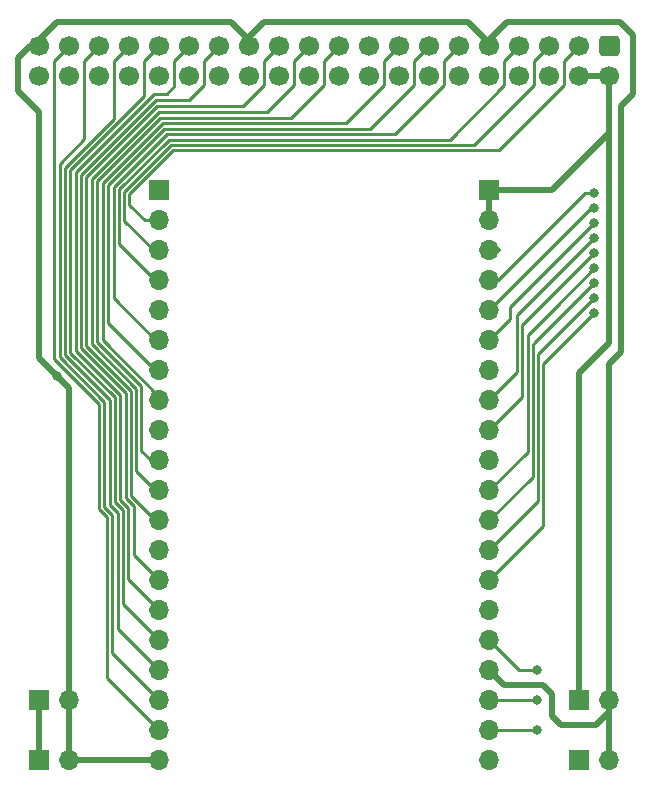
<source format=gbr>
%TF.GenerationSoftware,KiCad,Pcbnew,(5.1.9)-1*%
%TF.CreationDate,2022-02-08T17:05:31+09:00*%
%TF.ProjectId,odroid-extend,6f64726f-6964-42d6-9578-74656e642e6b,rev?*%
%TF.SameCoordinates,Original*%
%TF.FileFunction,Copper,L1,Top*%
%TF.FilePolarity,Positive*%
%FSLAX46Y46*%
G04 Gerber Fmt 4.6, Leading zero omitted, Abs format (unit mm)*
G04 Created by KiCad (PCBNEW (5.1.9)-1) date 2022-02-08 17:05:31*
%MOMM*%
%LPD*%
G01*
G04 APERTURE LIST*
%TA.AperFunction,ComponentPad*%
%ADD10O,1.700000X1.700000*%
%TD*%
%TA.AperFunction,ComponentPad*%
%ADD11R,1.700000X1.700000*%
%TD*%
%TA.AperFunction,ComponentPad*%
%ADD12C,1.700000*%
%TD*%
%TA.AperFunction,ViaPad*%
%ADD13C,0.800000*%
%TD*%
%TA.AperFunction,Conductor*%
%ADD14C,0.250000*%
%TD*%
%TA.AperFunction,Conductor*%
%ADD15C,0.500000*%
%TD*%
G04 APERTURE END LIST*
D10*
%TO.P,J7,2*%
%TO.N,GND*%
X186944000Y-127000000D03*
D11*
%TO.P,J7,1*%
%TO.N,+5V*%
X184404000Y-127000000D03*
%TD*%
%TO.P,J6,1*%
%TO.N,+3V3*%
X138684000Y-127000000D03*
D10*
%TO.P,J6,2*%
%TO.N,GND*%
X141224000Y-127000000D03*
%TD*%
D12*
%TO.P,J1,40*%
%TO.N,Net-(J1-Pad40)*%
X138684000Y-69088000D03*
%TO.P,J1,38*%
%TO.N,Net-(J1-Pad38)*%
X141224000Y-69088000D03*
%TO.P,J1,36*%
%TO.N,Net-(J1-Pad36)*%
X143764000Y-69088000D03*
%TO.P,J1,34*%
%TO.N,GND*%
X146304000Y-69088000D03*
%TO.P,J1,32*%
%TO.N,Net-(J1-Pad32)*%
X148844000Y-69088000D03*
%TO.P,J1,30*%
%TO.N,GND*%
X151384000Y-69088000D03*
%TO.P,J1,28*%
%TO.N,Net-(J1-Pad28)*%
X153924000Y-69088000D03*
%TO.P,J1,26*%
%TO.N,Net-(J1-Pad26)*%
X156464000Y-69088000D03*
%TO.P,J1,24*%
%TO.N,Net-(J1-Pad24)*%
X159004000Y-69088000D03*
%TO.P,J1,22*%
%TO.N,Net-(J1-Pad22)*%
X161544000Y-69088000D03*
%TO.P,J1,20*%
%TO.N,GND*%
X164084000Y-69088000D03*
%TO.P,J1,18*%
%TO.N,Net-(J1-Pad18)*%
X166624000Y-69088000D03*
%TO.P,J1,16*%
%TO.N,Net-(J1-Pad16)*%
X169164000Y-69088000D03*
%TO.P,J1,14*%
%TO.N,GND*%
X171704000Y-69088000D03*
%TO.P,J1,12*%
%TO.N,Net-(J1-Pad12)*%
X174244000Y-69088000D03*
%TO.P,J1,10*%
%TO.N,Net-(J1-Pad10)*%
X176784000Y-69088000D03*
%TO.P,J1,8*%
%TO.N,Net-(J1-Pad8)*%
X179324000Y-69088000D03*
%TO.P,J1,6*%
%TO.N,GND*%
X181864000Y-69088000D03*
%TO.P,J1,4*%
%TO.N,+5V*%
X184404000Y-69088000D03*
%TO.P,J1,2*%
X186944000Y-69088000D03*
%TO.P,J1,39*%
%TO.N,GND*%
X138684000Y-66548000D03*
%TO.P,J1,37*%
%TO.N,Net-(J1-Pad37)*%
X141224000Y-66548000D03*
%TO.P,J1,35*%
%TO.N,Net-(J1-Pad35)*%
X143764000Y-66548000D03*
%TO.P,J1,33*%
%TO.N,Net-(J1-Pad33)*%
X146304000Y-66548000D03*
%TO.P,J1,31*%
%TO.N,Net-(J1-Pad31)*%
X148844000Y-66548000D03*
%TO.P,J1,29*%
%TO.N,Net-(J1-Pad29)*%
X151384000Y-66548000D03*
%TO.P,J1,27*%
%TO.N,Net-(J1-Pad27)*%
X153924000Y-66548000D03*
%TO.P,J1,25*%
%TO.N,GND*%
X156464000Y-66548000D03*
%TO.P,J1,23*%
%TO.N,Net-(J1-Pad23)*%
X159004000Y-66548000D03*
%TO.P,J1,21*%
%TO.N,Net-(J1-Pad21)*%
X161544000Y-66548000D03*
%TO.P,J1,19*%
%TO.N,Net-(J1-Pad19)*%
X164084000Y-66548000D03*
%TO.P,J1,17*%
%TO.N,+3V3*%
X166624000Y-66548000D03*
%TO.P,J1,15*%
%TO.N,Net-(J1-Pad15)*%
X169164000Y-66548000D03*
%TO.P,J1,13*%
%TO.N,Net-(J1-Pad13)*%
X171704000Y-66548000D03*
%TO.P,J1,11*%
%TO.N,Net-(J1-Pad11)*%
X174244000Y-66548000D03*
%TO.P,J1,9*%
%TO.N,GND*%
X176784000Y-66548000D03*
%TO.P,J1,7*%
%TO.N,Net-(J1-Pad7)*%
X179324000Y-66548000D03*
%TO.P,J1,5*%
%TO.N,Net-(J1-Pad5)*%
X181864000Y-66548000D03*
%TO.P,J1,3*%
%TO.N,Net-(J1-Pad3)*%
X184404000Y-66548000D03*
%TO.P,J1,1*%
%TO.N,+3V3*%
%TA.AperFunction,ComponentPad*%
G36*
G01*
X186344000Y-65698000D02*
X187544000Y-65698000D01*
G75*
G02*
X187794000Y-65948000I0J-250000D01*
G01*
X187794000Y-67148000D01*
G75*
G02*
X187544000Y-67398000I-250000J0D01*
G01*
X186344000Y-67398000D01*
G75*
G02*
X186094000Y-67148000I0J250000D01*
G01*
X186094000Y-65948000D01*
G75*
G02*
X186344000Y-65698000I250000J0D01*
G01*
G37*
%TD.AperFunction*%
%TD*%
D11*
%TO.P,J2,1*%
%TO.N,+3V3*%
X148818600Y-78765400D03*
D10*
%TO.P,J2,2*%
%TO.N,Net-(J1-Pad3)*%
X148818600Y-81305400D03*
%TO.P,J2,3*%
%TO.N,Net-(J1-Pad5)*%
X148818600Y-83845400D03*
%TO.P,J2,4*%
%TO.N,Net-(J1-Pad7)*%
X148818600Y-86385400D03*
%TO.P,J2,5*%
%TO.N,GND*%
X148818600Y-88925400D03*
%TO.P,J2,6*%
%TO.N,Net-(J1-Pad11)*%
X148818600Y-91465400D03*
%TO.P,J2,7*%
%TO.N,Net-(J1-Pad13)*%
X148818600Y-94005400D03*
%TO.P,J2,8*%
%TO.N,Net-(J1-Pad15)*%
X148818600Y-96545400D03*
%TO.P,J2,9*%
%TO.N,+3V3*%
X148818600Y-99085400D03*
%TO.P,J2,10*%
%TO.N,Net-(J1-Pad19)*%
X148818600Y-101625400D03*
%TO.P,J2,11*%
%TO.N,Net-(J1-Pad21)*%
X148818600Y-104165400D03*
%TO.P,J2,12*%
%TO.N,Net-(J1-Pad23)*%
X148818600Y-106705400D03*
%TO.P,J2,13*%
%TO.N,GND*%
X148818600Y-109245400D03*
%TO.P,J2,14*%
%TO.N,Net-(J1-Pad27)*%
X148818600Y-111785400D03*
%TO.P,J2,15*%
%TO.N,Net-(J1-Pad29)*%
X148818600Y-114325400D03*
%TO.P,J2,16*%
%TO.N,Net-(J1-Pad31)*%
X148818600Y-116865400D03*
%TO.P,J2,17*%
%TO.N,Net-(J1-Pad33)*%
X148818600Y-119405400D03*
%TO.P,J2,18*%
%TO.N,Net-(J1-Pad35)*%
X148818600Y-121945400D03*
%TO.P,J2,19*%
%TO.N,Net-(J1-Pad37)*%
X148818600Y-124485400D03*
%TO.P,J2,20*%
%TO.N,GND*%
X148818600Y-127025400D03*
%TD*%
%TO.P,J3,20*%
%TO.N,Net-(J1-Pad40)*%
X176758600Y-127025400D03*
%TO.P,J3,19*%
%TO.N,Net-(J1-Pad38)*%
X176758600Y-124485400D03*
%TO.P,J3,18*%
%TO.N,Net-(J1-Pad36)*%
X176758600Y-121945400D03*
%TO.P,J3,17*%
%TO.N,GND*%
X176758600Y-119405400D03*
%TO.P,J3,16*%
%TO.N,Net-(J1-Pad32)*%
X176758600Y-116865400D03*
%TO.P,J3,15*%
%TO.N,GND*%
X176758600Y-114325400D03*
%TO.P,J3,14*%
%TO.N,Net-(J1-Pad28)*%
X176758600Y-111785400D03*
%TO.P,J3,13*%
%TO.N,Net-(J1-Pad26)*%
X176758600Y-109245400D03*
%TO.P,J3,12*%
%TO.N,Net-(J1-Pad24)*%
X176758600Y-106705400D03*
%TO.P,J3,11*%
%TO.N,Net-(J1-Pad22)*%
X176758600Y-104165400D03*
%TO.P,J3,10*%
%TO.N,GND*%
X176758600Y-101625400D03*
%TO.P,J3,9*%
%TO.N,Net-(J1-Pad18)*%
X176758600Y-99085400D03*
%TO.P,J3,8*%
%TO.N,Net-(J1-Pad16)*%
X176758600Y-96545400D03*
%TO.P,J3,7*%
%TO.N,GND*%
X176758600Y-94005400D03*
%TO.P,J3,6*%
%TO.N,Net-(J1-Pad12)*%
X176758600Y-91465400D03*
%TO.P,J3,5*%
%TO.N,Net-(J1-Pad10)*%
X176758600Y-88925400D03*
%TO.P,J3,4*%
%TO.N,Net-(J1-Pad8)*%
X176758600Y-86385400D03*
%TO.P,J3,3*%
%TO.N,GND*%
X176758600Y-83845400D03*
%TO.P,J3,2*%
%TO.N,+5V*%
X176758600Y-81305400D03*
D11*
%TO.P,J3,1*%
X176758600Y-78765400D03*
%TD*%
%TO.P,J4,1*%
%TO.N,+3V3*%
X138684000Y-121920000D03*
D10*
%TO.P,J4,2*%
%TO.N,GND*%
X141224000Y-121920000D03*
%TD*%
D11*
%TO.P,J5,1*%
%TO.N,+5V*%
X184404000Y-121920000D03*
D10*
%TO.P,J5,2*%
%TO.N,GND*%
X186944000Y-121920000D03*
%TD*%
D13*
%TO.N,Net-(J1-Pad8)*%
X185674000Y-78994000D03*
%TO.N,Net-(J1-Pad10)*%
X185674000Y-80264000D03*
%TO.N,Net-(J1-Pad12)*%
X185645498Y-81534000D03*
%TO.N,Net-(J1-Pad16)*%
X185674000Y-82804000D03*
%TO.N,Net-(J1-Pad18)*%
X185674000Y-84074000D03*
%TO.N,Net-(J1-Pad22)*%
X185673986Y-85344000D03*
%TO.N,Net-(J1-Pad24)*%
X185674000Y-86614000D03*
%TO.N,Net-(J1-Pad26)*%
X185674000Y-87884010D03*
%TO.N,Net-(J1-Pad28)*%
X185674010Y-89154000D03*
%TO.N,Net-(J1-Pad32)*%
X180848000Y-119380000D03*
%TO.N,Net-(J1-Pad36)*%
X180848000Y-121920000D03*
%TO.N,Net-(J1-Pad38)*%
X180848002Y-124460000D03*
%TO.N,GND*%
X140207997Y-94487997D03*
%TD*%
D14*
%TO.N,Net-(J1-Pad3)*%
X177594240Y-75380011D02*
X183134000Y-69840251D01*
X149999122Y-75380011D02*
X177594240Y-75380011D01*
X146304000Y-79075133D02*
X149999122Y-75380011D01*
X146304000Y-80010000D02*
X146304000Y-79075133D01*
X147599400Y-81305400D02*
X146304000Y-80010000D01*
X148818600Y-81305400D02*
X147599400Y-81305400D01*
X183134000Y-67818000D02*
X184404000Y-66548000D01*
X183134000Y-69840251D02*
X183134000Y-67818000D01*
%TO.N,Net-(J1-Pad5)*%
X175514000Y-74930000D02*
X180594000Y-69850000D01*
X149812722Y-74930000D02*
X175514000Y-74930000D01*
X145853989Y-78888733D02*
X149812722Y-74930000D01*
X145853989Y-81337989D02*
X145853989Y-78888733D01*
X148361400Y-83845400D02*
X145853989Y-81337989D01*
X148818600Y-83845400D02*
X148361400Y-83845400D01*
X180594000Y-67818000D02*
X181864000Y-66548000D01*
X180594000Y-69850000D02*
X180594000Y-67818000D01*
%TO.N,Net-(J1-Pad7)*%
X148818600Y-86385400D02*
X148488400Y-86385400D01*
X148488400Y-86385400D02*
X145403978Y-83300978D01*
X145403978Y-83300978D02*
X145403978Y-78702333D01*
X173424011Y-74479989D02*
X178054000Y-69850000D01*
X178054000Y-67818000D02*
X179324000Y-66548000D01*
X145403978Y-78702333D02*
X149626322Y-74479989D01*
X178054000Y-69850000D02*
X178054000Y-67818000D01*
X149626322Y-74479989D02*
X173424011Y-74479989D01*
%TO.N,Net-(J1-Pad8)*%
X184912000Y-78994000D02*
X185674000Y-78994000D01*
X177520600Y-86385400D02*
X184912000Y-78994000D01*
X176758600Y-86385400D02*
X177520600Y-86385400D01*
%TO.N,Net-(J1-Pad10)*%
X176758600Y-88925400D02*
X185420000Y-80264000D01*
X185420000Y-80264000D02*
X185674000Y-80264000D01*
%TO.N,Net-(J1-Pad11)*%
X149439922Y-74029978D02*
X168794022Y-74029978D01*
X144953967Y-78515933D02*
X149439922Y-74029978D01*
X168794022Y-74029978D02*
X172974000Y-69850000D01*
X144953967Y-87930967D02*
X144953967Y-78515933D01*
X148488400Y-91465400D02*
X144953967Y-87930967D01*
X148818600Y-91465400D02*
X148488400Y-91465400D01*
X172974000Y-67818000D02*
X174244000Y-66548000D01*
X172974000Y-69850000D02*
X172974000Y-67818000D01*
%TO.N,Net-(J1-Pad12)*%
X178562000Y-88617498D02*
X185645498Y-81534000D01*
X178562000Y-89662000D02*
X178562000Y-88617498D01*
X176758600Y-91465400D02*
X178562000Y-89662000D01*
%TO.N,Net-(J1-Pad13)*%
X166704033Y-73579967D02*
X170434000Y-69850000D01*
X149253522Y-73579967D02*
X166704033Y-73579967D01*
X144503956Y-78329533D02*
X149253522Y-73579967D01*
X144503956Y-90020956D02*
X144503956Y-78329533D01*
X148488400Y-94005400D02*
X144503956Y-90020956D01*
X148818600Y-94005400D02*
X148488400Y-94005400D01*
X170434000Y-67818000D02*
X171704000Y-66548000D01*
X170434000Y-69850000D02*
X170434000Y-67818000D01*
%TO.N,Net-(J1-Pad15)*%
X149103067Y-73094011D02*
X164649989Y-73094011D01*
X144053945Y-78143133D02*
X149103067Y-73094011D01*
X144053945Y-91475945D02*
X144053945Y-78143133D01*
X148818600Y-96240600D02*
X144053945Y-91475945D01*
X148818600Y-96545400D02*
X148818600Y-96240600D01*
X164649989Y-73094011D02*
X167894000Y-69850000D01*
X167894000Y-67818000D02*
X169164000Y-66548000D01*
X167894000Y-69850000D02*
X167894000Y-67818000D01*
%TO.N,Net-(J1-Pad16)*%
X181356000Y-87122000D02*
X185674000Y-82804000D01*
X179105945Y-94198055D02*
X179105945Y-89372055D01*
X176758600Y-96545400D02*
X179105945Y-94198055D01*
X179105945Y-89372055D02*
X181356000Y-87122000D01*
%TO.N,Net-(J1-Pad18)*%
X181841956Y-87906044D02*
X185674000Y-84074000D01*
X179555956Y-90192044D02*
X181841956Y-87906044D01*
X179555956Y-96288044D02*
X179555956Y-90192044D01*
X176758600Y-99085400D02*
X179555956Y-96288044D01*
%TO.N,Net-(J1-Pad19)*%
X160020000Y-72644000D02*
X162814000Y-69850000D01*
X148916667Y-72644000D02*
X160020000Y-72644000D01*
X143546999Y-78013667D02*
X148916667Y-72644000D01*
X143546999Y-91605409D02*
X143546999Y-78013667D01*
X147320000Y-95378410D02*
X143546999Y-91605409D01*
X148107400Y-101625400D02*
X147320000Y-100838000D01*
X147320000Y-100838000D02*
X147320000Y-95378410D01*
X148818600Y-101625400D02*
X148107400Y-101625400D01*
X162814000Y-67818000D02*
X164084000Y-66548000D01*
X162814000Y-69850000D02*
X162814000Y-67818000D01*
%TO.N,Net-(J1-Pad21)*%
X148788255Y-72136000D02*
X157988000Y-72136000D01*
X143096988Y-77827267D02*
X148788255Y-72136000D01*
X143096988Y-91791809D02*
X143096988Y-77827267D01*
X146869989Y-95564810D02*
X143096988Y-91791809D01*
X157988000Y-72136000D02*
X160274000Y-69850000D01*
X146869989Y-102546989D02*
X146869989Y-95564810D01*
X148488400Y-104165400D02*
X146869989Y-102546989D01*
X148818600Y-104165400D02*
X148488400Y-104165400D01*
X160274000Y-67818000D02*
X161544000Y-66548000D01*
X160274000Y-69850000D02*
X160274000Y-67818000D01*
%TO.N,Net-(J1-Pad22)*%
X182291967Y-88726019D02*
X185673986Y-85344000D01*
X176758600Y-104165400D02*
X180005967Y-100918033D01*
X180005967Y-100918033D02*
X180005967Y-91012019D01*
X180005967Y-91012019D02*
X182291967Y-88726019D01*
%TO.N,Net-(J1-Pad23)*%
X142646977Y-77640867D02*
X148659844Y-71628000D01*
X148659844Y-71628000D02*
X155956000Y-71628000D01*
X146419978Y-95751210D02*
X142646977Y-91978209D01*
X155956000Y-71628000D02*
X157734000Y-69850000D01*
X146419978Y-104636978D02*
X146419978Y-95751210D01*
X142646977Y-91978209D02*
X142646977Y-77640867D01*
X148488400Y-106705400D02*
X146419978Y-104636978D01*
X148818600Y-106705400D02*
X148488400Y-106705400D01*
X157734000Y-67818000D02*
X159004000Y-66548000D01*
X157734000Y-69850000D02*
X157734000Y-67818000D01*
%TO.N,Net-(J1-Pad24)*%
X180594000Y-91694000D02*
X185674000Y-86614000D01*
X180455978Y-91832022D02*
X180594000Y-91694000D01*
X180455978Y-103008022D02*
X180455978Y-91832022D01*
X176758600Y-106705400D02*
X180455978Y-103008022D01*
%TO.N,Net-(J1-Pad26)*%
X180905989Y-92652021D02*
X185674000Y-87884010D01*
X176758600Y-109245400D02*
X180905989Y-105098011D01*
X180905989Y-105098011D02*
X180905989Y-92652021D01*
%TO.N,Net-(J1-Pad27)*%
X142196966Y-77454467D02*
X148531434Y-71120000D01*
X148818600Y-111785400D02*
X146649055Y-109615855D01*
X142196966Y-92164609D02*
X142196966Y-77454467D01*
X151384000Y-71120000D02*
X152654000Y-69850000D01*
X146649055Y-105502466D02*
X145969967Y-104823378D01*
X145969967Y-95937610D02*
X142196966Y-92164609D01*
X145969967Y-104823378D02*
X145969967Y-95937610D01*
X146649055Y-109615855D02*
X146649055Y-105502466D01*
X148531434Y-71120000D02*
X151384000Y-71120000D01*
X152654000Y-67818000D02*
X153924000Y-66548000D01*
X152654000Y-69850000D02*
X152654000Y-67818000D01*
%TO.N,Net-(J1-Pad28)*%
X181356000Y-93472010D02*
X185674010Y-89154000D01*
X181356000Y-107188000D02*
X181356000Y-93472010D01*
X176758600Y-111785400D02*
X181356000Y-107188000D01*
%TO.N,Net-(J1-Pad29)*%
X145519956Y-96124010D02*
X141746955Y-92351009D01*
X146199044Y-105688865D02*
X145519956Y-105009778D01*
X148403023Y-70612000D02*
X149479000Y-70612000D01*
X141746955Y-77268067D02*
X148403023Y-70612000D01*
X141746955Y-92351009D02*
X141746955Y-77268067D01*
X145519956Y-105009778D02*
X145519956Y-96124010D01*
X148818600Y-114325400D02*
X146199044Y-111705844D01*
X146199044Y-111705844D02*
X146199044Y-105688865D01*
X149479000Y-70612000D02*
X150114000Y-69977000D01*
X150114000Y-67818000D02*
X151384000Y-66548000D01*
X150114000Y-69977000D02*
X150114000Y-67818000D01*
%TO.N,Net-(J1-Pad31)*%
X145069945Y-105196178D02*
X145069945Y-96310410D01*
X145069945Y-96310410D02*
X141296944Y-92537409D01*
X141296944Y-92537409D02*
X141296944Y-77081667D01*
X141296944Y-77081667D02*
X147574000Y-70804613D01*
X145749033Y-113795833D02*
X145749033Y-105875266D01*
X148818600Y-116865400D02*
X145749033Y-113795833D01*
X145749033Y-105875266D02*
X145069945Y-105196178D01*
X147574000Y-67818000D02*
X148844000Y-66548000D01*
X147574000Y-70804613D02*
X147574000Y-67818000D01*
%TO.N,Net-(J1-Pad32)*%
X179273200Y-119380000D02*
X180848000Y-119380000D01*
X176758600Y-116865400D02*
X179273200Y-119380000D01*
%TO.N,Net-(J1-Pad33)*%
X145034000Y-67818000D02*
X146304000Y-66548000D01*
X145034000Y-72708203D02*
X145034000Y-67818000D01*
X140846933Y-76895270D02*
X145034000Y-72708203D01*
X140846933Y-92723809D02*
X140846933Y-76895270D01*
X144619934Y-105382578D02*
X144619934Y-96496810D01*
X144619934Y-96496810D02*
X140846933Y-92723809D01*
X145299022Y-106061665D02*
X144619934Y-105382578D01*
X145299022Y-115885822D02*
X145299022Y-106061665D01*
X148818600Y-119405400D02*
X145299022Y-115885822D01*
%TO.N,Net-(J1-Pad35)*%
X142494000Y-67818000D02*
X143764000Y-66548000D01*
X142494000Y-74422000D02*
X142494000Y-67818000D01*
X140396922Y-76519078D02*
X142494000Y-74422000D01*
X140396922Y-92910209D02*
X140396922Y-76519078D01*
X144169923Y-105568978D02*
X144169923Y-96683210D01*
X144849011Y-106248066D02*
X144169923Y-105568978D01*
X144169923Y-96683210D02*
X140396922Y-92910209D01*
X144849011Y-117975811D02*
X144849011Y-106248066D01*
X148818600Y-121945400D02*
X144849011Y-117975811D01*
%TO.N,Net-(J1-Pad36)*%
X176758600Y-121945400D02*
X180822600Y-121945400D01*
X180822600Y-121945400D02*
X180848000Y-121920000D01*
%TO.N,Net-(J1-Pad37)*%
X140374001Y-67397999D02*
X141224000Y-66548000D01*
X139946911Y-67825089D02*
X140374001Y-67397999D01*
X139946911Y-67825089D02*
X139954000Y-67818000D01*
X143719912Y-96869610D02*
X139946911Y-93096609D01*
X139946911Y-93096609D02*
X139946911Y-67825089D01*
X143719912Y-105755378D02*
X143719912Y-96869610D01*
X144399000Y-106434465D02*
X143719912Y-105755378D01*
X144399000Y-120065800D02*
X144399000Y-106434465D01*
X148818600Y-124485400D02*
X144399000Y-120065800D01*
%TO.N,Net-(J1-Pad38)*%
X176758600Y-124485400D02*
X180822602Y-124485400D01*
X180822602Y-124485400D02*
X180848002Y-124460000D01*
D15*
%TO.N,+3V3*%
X138684000Y-121920000D02*
X138684000Y-127000000D01*
%TO.N,+5V*%
X176758600Y-81305400D02*
X176758600Y-78765400D01*
X184404000Y-69088000D02*
X186944000Y-69088000D01*
X182092600Y-78765400D02*
X186944000Y-73914000D01*
X176758600Y-78765400D02*
X182092600Y-78765400D01*
X186944000Y-72898000D02*
X186944000Y-68580000D01*
X186944000Y-91694000D02*
X186944000Y-72898000D01*
X184404000Y-94234000D02*
X186944000Y-91694000D01*
X184404000Y-121920000D02*
X184404000Y-94234000D01*
%TO.N,GND*%
X176784000Y-66294000D02*
X176784000Y-66548000D01*
X156464000Y-66548000D02*
X156464000Y-65786000D01*
X156464000Y-65786000D02*
X157734000Y-64516000D01*
X157734000Y-64516000D02*
X175006000Y-64516000D01*
X175006000Y-64516000D02*
X176784000Y-66294000D01*
X187960000Y-73406000D02*
X187960000Y-73140002D01*
X187960000Y-73140002D02*
X187960000Y-71882000D01*
X176758600Y-83845400D02*
X177520600Y-83845400D01*
X156464000Y-66040000D02*
X156464000Y-66548000D01*
X154940000Y-64516000D02*
X156464000Y-66040000D01*
X140208000Y-64516000D02*
X154940000Y-64516000D01*
X138684000Y-66040000D02*
X140208000Y-64516000D01*
X138684000Y-66548000D02*
X138684000Y-66040000D01*
X141224000Y-121920000D02*
X141224000Y-127000000D01*
D14*
X176758600Y-114325400D02*
X177038000Y-114046000D01*
D15*
X176784000Y-66040000D02*
X176784000Y-66548000D01*
X178308000Y-64516000D02*
X176784000Y-66040000D01*
X188976000Y-65659000D02*
X187833000Y-64516000D01*
X188976000Y-70612000D02*
X188976000Y-65659000D01*
X187960000Y-71628000D02*
X188976000Y-70612000D01*
X187833000Y-64516000D02*
X178308000Y-64516000D01*
X187960000Y-71882000D02*
X187960000Y-71628000D01*
D14*
X148793200Y-127000000D02*
X148818600Y-127025400D01*
D15*
X141224000Y-127000000D02*
X148793200Y-127000000D01*
X141224000Y-95504000D02*
X140207997Y-94487997D01*
X141224000Y-121920000D02*
X141224000Y-95504000D01*
X187960000Y-92456000D02*
X187960000Y-71882000D01*
X186944000Y-93472000D02*
X187960000Y-92456000D01*
X186944000Y-121920000D02*
X186944000Y-127000000D01*
X186944000Y-121920000D02*
X186944000Y-93472000D01*
X186944000Y-122936000D02*
X186944000Y-121920000D01*
X185801000Y-124079000D02*
X186944000Y-122936000D01*
X182880000Y-124079000D02*
X185801000Y-124079000D01*
X182118000Y-123317000D02*
X182880000Y-124079000D01*
X182118000Y-121412000D02*
X182118000Y-123317000D01*
X181356000Y-120650000D02*
X182118000Y-121412000D01*
X178003200Y-120650000D02*
X181356000Y-120650000D01*
X176758600Y-119405400D02*
X178003200Y-120650000D01*
X138684000Y-92964000D02*
X140207997Y-94487997D01*
X138684000Y-72136000D02*
X138684000Y-92964000D01*
X136906000Y-70358000D02*
X138684000Y-72136000D01*
X136906000Y-67564000D02*
X136906000Y-70358000D01*
X137922000Y-66548000D02*
X136906000Y-67564000D01*
X138684000Y-66548000D02*
X137922000Y-66548000D01*
%TD*%
M02*

</source>
